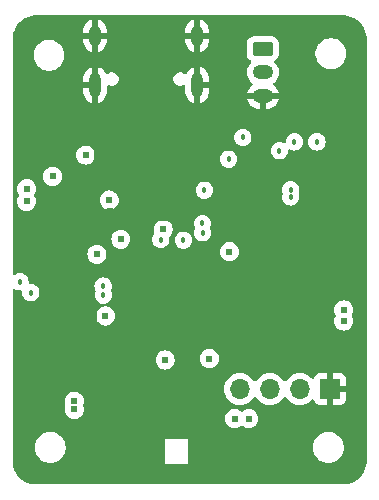
<source format=gbr>
%TF.GenerationSoftware,KiCad,Pcbnew,8.0.4*%
%TF.CreationDate,2024-11-22T16:24:22-05:00*%
%TF.ProjectId,stm32wb_base,73746d33-3277-4625-9f62-6173652e6b69,rev?*%
%TF.SameCoordinates,PX6422c40PY66c2270*%
%TF.FileFunction,Copper,L3,Inr*%
%TF.FilePolarity,Positive*%
%FSLAX46Y46*%
G04 Gerber Fmt 4.6, Leading zero omitted, Abs format (unit mm)*
G04 Created by KiCad (PCBNEW 8.0.4) date 2024-11-22 16:24:22*
%MOMM*%
%LPD*%
G01*
G04 APERTURE LIST*
G04 Aperture macros list*
%AMRoundRect*
0 Rectangle with rounded corners*
0 $1 Rounding radius*
0 $2 $3 $4 $5 $6 $7 $8 $9 X,Y pos of 4 corners*
0 Add a 4 corners polygon primitive as box body*
4,1,4,$2,$3,$4,$5,$6,$7,$8,$9,$2,$3,0*
0 Add four circle primitives for the rounded corners*
1,1,$1+$1,$2,$3*
1,1,$1+$1,$4,$5*
1,1,$1+$1,$6,$7*
1,1,$1+$1,$8,$9*
0 Add four rect primitives between the rounded corners*
20,1,$1+$1,$2,$3,$4,$5,0*
20,1,$1+$1,$4,$5,$6,$7,0*
20,1,$1+$1,$6,$7,$8,$9,0*
20,1,$1+$1,$8,$9,$2,$3,0*%
G04 Aperture macros list end*
%TA.AperFunction,ComponentPad*%
%ADD10O,1.000000X1.800000*%
%TD*%
%TA.AperFunction,ComponentPad*%
%ADD11O,1.000000X2.100000*%
%TD*%
%TA.AperFunction,ComponentPad*%
%ADD12RoundRect,0.250000X-0.625000X0.350000X-0.625000X-0.350000X0.625000X-0.350000X0.625000X0.350000X0*%
%TD*%
%TA.AperFunction,ComponentPad*%
%ADD13O,1.750000X1.200000*%
%TD*%
%TA.AperFunction,ComponentPad*%
%ADD14R,1.700000X1.700000*%
%TD*%
%TA.AperFunction,ComponentPad*%
%ADD15O,1.700000X1.700000*%
%TD*%
%TA.AperFunction,ViaPad*%
%ADD16C,0.610000*%
%TD*%
%TA.AperFunction,ViaPad*%
%ADD17C,0.457200*%
%TD*%
%TA.AperFunction,ViaPad*%
%ADD18C,0.406400*%
%TD*%
G04 APERTURE END LIST*
D10*
%TO.N,GND*%
%TO.C,J3*%
X7040000Y37965000D03*
D11*
X7040000Y33785000D03*
D10*
X15680000Y37965000D03*
D11*
X15680000Y33785000D03*
%TD*%
D12*
%TO.N,Net-(J4-Pin_1)*%
%TO.C,J4*%
X21250000Y36850000D03*
D13*
%TO.N,Net-(J4-Pin_2)*%
X21250000Y34850000D03*
%TO.N,GND*%
X21250000Y32850000D03*
%TD*%
D14*
%TO.N,GND*%
%TO.C,J2*%
X26925000Y8050000D03*
D15*
%TO.N,SWDCLK*%
X24385000Y8050000D03*
%TO.N,SWDIO*%
X21845000Y8050000D03*
%TO.N,+3V3*%
X19305000Y8050000D03*
%TD*%
D16*
%TO.N,+3V3*%
X12807900Y21570000D03*
X16725000Y10625000D03*
X6250000Y27850000D03*
X1250000Y23950000D03*
X18850000Y5550000D03*
X18425000Y19668550D03*
X20050000Y5525000D03*
X8250000Y24050000D03*
X5275000Y6325000D03*
X9225000Y20725000D03*
X28100000Y14750000D03*
X5275000Y7025000D03*
X7200000Y19450000D03*
X28100000Y13800000D03*
X12975000Y10506450D03*
X3450000Y26050000D03*
X7925000Y14231450D03*
X1250000Y25000000D03*
D17*
%TO.N,Pwr Pth*%
X16300000Y24875000D03*
X22650000Y28225000D03*
%TO.N,Net-(J4-Pin_2)*%
X25825000Y28975000D03*
X23600000Y24925000D03*
%TO.N,Net-(D1-A)*%
X18350000Y27500000D03*
X19550000Y29350000D03*
%TO.N,SWDCLK*%
X16125000Y22075000D03*
X12600000Y20700000D03*
%TO.N,SWDIO*%
X16150000Y21275000D03*
X14525000Y20650000D03*
%TO.N,Net-(J4-Pin_1)*%
X23925000Y28975000D03*
X23600000Y24300000D03*
%TO.N,SDA*%
X1600000Y16200000D03*
X7750000Y16000000D03*
%TO.N,SCL*%
X7725000Y16766600D03*
X675000Y17125000D03*
D16*
%TO.N,GND*%
X14800000Y6525000D03*
X14940000Y10460000D03*
X14550000Y32300000D03*
X21340000Y21180000D03*
X26710000Y24020000D03*
D18*
X21400000Y25325000D03*
D16*
X19195000Y17965000D03*
X7960000Y21215000D03*
D18*
X14125000Y17875000D03*
X12575000Y14250000D03*
D16*
X20195000Y18940000D03*
X17950000Y13100000D03*
X17275000Y3350000D03*
X28940000Y19135000D03*
X17325000Y2325000D03*
X22350000Y21250000D03*
X7450000Y25600000D03*
D18*
X14350000Y14275000D03*
D16*
X11225000Y11250000D03*
X5850000Y22300000D03*
D18*
X20650000Y25975000D03*
X11000000Y16125000D03*
D16*
X2480000Y18360000D03*
X15530000Y26710000D03*
X11360000Y29920000D03*
X26375000Y10625000D03*
X4450000Y22300000D03*
X25130000Y13810000D03*
X25130000Y14810000D03*
D18*
X12400000Y17875000D03*
D16*
X5125000Y14975000D03*
X17465000Y15140000D03*
X6940000Y14210000D03*
D18*
X12450000Y16150000D03*
D16*
X15900000Y9500000D03*
X25570000Y25890000D03*
D18*
X14175000Y16150000D03*
D16*
X8290000Y23090000D03*
D18*
X26150000Y20075000D03*
D16*
X6500000Y31050000D03*
X7210000Y27870000D03*
X13840000Y30280000D03*
X10575000Y3325000D03*
X5150000Y22300000D03*
X17510000Y20665000D03*
X15650000Y8150000D03*
X10600000Y2375000D03*
X20340000Y21280000D03*
D18*
X11000000Y14200000D03*
D16*
X12765000Y22545000D03*
X17530000Y23660000D03*
X8150000Y32250000D03*
D18*
X26775000Y19200000D03*
D16*
X13000000Y6500000D03*
X2530000Y19810000D03*
X23925000Y33350000D03*
X23950000Y32550000D03*
D18*
X10975000Y17850000D03*
D16*
X9950000Y22500000D03*
X27325000Y10600000D03*
X20525000Y10950000D03*
X7450000Y24900000D03*
%TD*%
%TA.AperFunction,Conductor*%
%TO.N,GND*%
G36*
X28036845Y39685769D02*
G01*
X28170848Y39683492D01*
X28186380Y39682249D01*
X28452710Y39643958D01*
X28469996Y39640198D01*
X28727146Y39564693D01*
X28743704Y39558518D01*
X28987509Y39447177D01*
X29003035Y39438698D01*
X29228482Y39293812D01*
X29242646Y39283210D01*
X29445192Y39107703D01*
X29457702Y39095193D01*
X29633209Y38892647D01*
X29643811Y38878483D01*
X29788697Y38653036D01*
X29797177Y38637508D01*
X29908513Y38393714D01*
X29914695Y38377137D01*
X29990196Y38119998D01*
X29993957Y38102710D01*
X30032247Y37836385D01*
X30033491Y37820846D01*
X30035768Y37686847D01*
X30035786Y37684740D01*
X30035786Y1965261D01*
X30035768Y1963154D01*
X30033491Y1829155D01*
X30032247Y1813616D01*
X29993957Y1547291D01*
X29990196Y1530003D01*
X29914695Y1272864D01*
X29908513Y1256287D01*
X29797177Y1012493D01*
X29788697Y996965D01*
X29643811Y771518D01*
X29633209Y757354D01*
X29457702Y554808D01*
X29445192Y542298D01*
X29242646Y366791D01*
X29228482Y356189D01*
X29003035Y211303D01*
X28987507Y202823D01*
X28743713Y91487D01*
X28727136Y85305D01*
X28469997Y9804D01*
X28452709Y6043D01*
X28186384Y-32247D01*
X28170845Y-33491D01*
X28041429Y-35690D01*
X28036844Y-35768D01*
X28034740Y-35786D01*
X2065260Y-35786D01*
X2063155Y-35768D01*
X2058455Y-35688D01*
X1929154Y-33491D01*
X1913615Y-32247D01*
X1647290Y6043D01*
X1630002Y9804D01*
X1372863Y85305D01*
X1356286Y91487D01*
X1112492Y202823D01*
X1096964Y211303D01*
X871517Y356189D01*
X857353Y366791D01*
X654807Y542298D01*
X642297Y554808D01*
X466790Y757354D01*
X456188Y771518D01*
X311302Y996965D01*
X302822Y1012493D01*
X191482Y1256296D01*
X185307Y1272854D01*
X109802Y1530004D01*
X106042Y1547291D01*
X85524Y1690000D01*
X12995000Y1690000D01*
X14895000Y1690000D01*
X14895000Y3202672D01*
X25495500Y3202672D01*
X25495500Y2997329D01*
X25527621Y2794528D01*
X25591070Y2599249D01*
X25591071Y2599246D01*
X25684291Y2416293D01*
X25804983Y2250175D01*
X25950175Y2104983D01*
X26116293Y1984291D01*
X26153642Y1965261D01*
X26299245Y1891072D01*
X26299248Y1891071D01*
X26396887Y1859347D01*
X26494529Y1827621D01*
X26582954Y1813616D01*
X26697329Y1795500D01*
X26697334Y1795500D01*
X26902671Y1795500D01*
X27017046Y1813616D01*
X27105471Y1827621D01*
X27300754Y1891072D01*
X27483707Y1984291D01*
X27649825Y2104983D01*
X27795017Y2250175D01*
X27915709Y2416293D01*
X28008928Y2599246D01*
X28072379Y2794529D01*
X28088927Y2899014D01*
X28104500Y2997329D01*
X28104500Y3202672D01*
X28085813Y3320651D01*
X28072379Y3405471D01*
X28008928Y3600754D01*
X28008928Y3600755D01*
X27961430Y3693974D01*
X27915709Y3783707D01*
X27795017Y3949825D01*
X27649825Y4095017D01*
X27483707Y4215709D01*
X27300754Y4308929D01*
X27300751Y4308930D01*
X27105472Y4372379D01*
X26902671Y4404500D01*
X26902666Y4404500D01*
X26697334Y4404500D01*
X26697329Y4404500D01*
X26494527Y4372379D01*
X26299248Y4308930D01*
X26299245Y4308929D01*
X26116292Y4215709D01*
X26021516Y4146850D01*
X25950175Y4095017D01*
X25950173Y4095015D01*
X25950172Y4095015D01*
X25804985Y3949828D01*
X25804985Y3949827D01*
X25804983Y3949825D01*
X25753150Y3878484D01*
X25684291Y3783708D01*
X25591071Y3600755D01*
X25591070Y3600752D01*
X25527621Y3405473D01*
X25495500Y3202672D01*
X14895000Y3202672D01*
X14895000Y3780000D01*
X12995000Y3780000D01*
X12995000Y1690000D01*
X85524Y1690000D01*
X67751Y1813620D01*
X66508Y1829156D01*
X65456Y1891071D01*
X64232Y1963155D01*
X64214Y1965261D01*
X64214Y3202672D01*
X1945500Y3202672D01*
X1945500Y2997329D01*
X1977621Y2794528D01*
X2041070Y2599249D01*
X2041071Y2599246D01*
X2134291Y2416293D01*
X2254983Y2250175D01*
X2400175Y2104983D01*
X2566293Y1984291D01*
X2603642Y1965261D01*
X2749245Y1891072D01*
X2749248Y1891071D01*
X2846887Y1859347D01*
X2944529Y1827621D01*
X3032954Y1813616D01*
X3147329Y1795500D01*
X3147334Y1795500D01*
X3352671Y1795500D01*
X3467046Y1813616D01*
X3555471Y1827621D01*
X3750754Y1891072D01*
X3933707Y1984291D01*
X4099825Y2104983D01*
X4245017Y2250175D01*
X4365709Y2416293D01*
X4458928Y2599246D01*
X4522379Y2794529D01*
X4538927Y2899014D01*
X4554500Y2997329D01*
X4554500Y3202672D01*
X4535813Y3320651D01*
X4522379Y3405471D01*
X4458928Y3600754D01*
X4458928Y3600755D01*
X4411430Y3693974D01*
X4365709Y3783707D01*
X4245017Y3949825D01*
X4099825Y4095017D01*
X3933707Y4215709D01*
X3750754Y4308929D01*
X3750751Y4308930D01*
X3555472Y4372379D01*
X3352671Y4404500D01*
X3352666Y4404500D01*
X3147334Y4404500D01*
X3147329Y4404500D01*
X2944527Y4372379D01*
X2749248Y4308930D01*
X2749245Y4308929D01*
X2566292Y4215709D01*
X2471516Y4146850D01*
X2400175Y4095017D01*
X2400173Y4095015D01*
X2400172Y4095015D01*
X2254985Y3949828D01*
X2254985Y3949827D01*
X2254983Y3949825D01*
X2203150Y3878484D01*
X2134291Y3783708D01*
X2041071Y3600755D01*
X2041070Y3600752D01*
X1977621Y3405473D01*
X1945500Y3202672D01*
X64214Y3202672D01*
X64214Y7025004D01*
X4464403Y7025004D01*
X4464403Y7024997D01*
X4484725Y6844628D01*
X4529749Y6715954D01*
X4533310Y6646175D01*
X4529749Y6634046D01*
X4484725Y6505373D01*
X4464403Y6325004D01*
X4464403Y6324997D01*
X4484724Y6144631D01*
X4484725Y6144626D01*
X4544677Y5973294D01*
X4641249Y5819602D01*
X4641250Y5819601D01*
X4769601Y5691250D01*
X4923295Y5594677D01*
X5050983Y5549997D01*
X5094625Y5534726D01*
X5094630Y5534725D01*
X5274996Y5514403D01*
X5275000Y5514403D01*
X5275004Y5514403D01*
X5455369Y5534725D01*
X5455372Y5534726D01*
X5455375Y5534726D01*
X5499037Y5550004D01*
X18039403Y5550004D01*
X18039403Y5549997D01*
X18059724Y5369631D01*
X18059725Y5369626D01*
X18119677Y5198294D01*
X18135386Y5173294D01*
X18216250Y5044601D01*
X18344601Y4916250D01*
X18498295Y4819677D01*
X18569738Y4794678D01*
X18669625Y4759726D01*
X18669630Y4759725D01*
X18849996Y4739403D01*
X18850000Y4739403D01*
X18850004Y4739403D01*
X19030369Y4759725D01*
X19030372Y4759726D01*
X19030375Y4759726D01*
X19201705Y4819677D01*
X19355399Y4916250D01*
X19355402Y4916254D01*
X19360106Y4920004D01*
X19424791Y4946418D01*
X19493487Y4933667D01*
X19525107Y4910744D01*
X19544601Y4891250D01*
X19698295Y4794677D01*
X19798182Y4759725D01*
X19869625Y4734726D01*
X19869630Y4734725D01*
X20049996Y4714403D01*
X20050000Y4714403D01*
X20050004Y4714403D01*
X20230369Y4734725D01*
X20230372Y4734726D01*
X20230375Y4734726D01*
X20401705Y4794677D01*
X20555399Y4891250D01*
X20683750Y5019601D01*
X20780323Y5173295D01*
X20840274Y5344625D01*
X20843091Y5369626D01*
X20860597Y5524997D01*
X20860597Y5525004D01*
X20840275Y5705370D01*
X20840274Y5705375D01*
X20831526Y5730375D01*
X20780323Y5876705D01*
X20764614Y5901705D01*
X20683750Y6030399D01*
X20555398Y6158751D01*
X20401706Y6255323D01*
X20230374Y6315275D01*
X20230369Y6315276D01*
X20050004Y6335597D01*
X20049996Y6335597D01*
X19869630Y6315276D01*
X19869625Y6315275D01*
X19698293Y6255323D01*
X19544601Y6158751D01*
X19539883Y6154988D01*
X19475195Y6128582D01*
X19406500Y6141340D01*
X19374892Y6164257D01*
X19355398Y6183751D01*
X19201706Y6280323D01*
X19030374Y6340275D01*
X19030369Y6340276D01*
X18850004Y6360597D01*
X18849996Y6360597D01*
X18669630Y6340276D01*
X18669625Y6340275D01*
X18498293Y6280323D01*
X18344601Y6183751D01*
X18216249Y6055399D01*
X18119677Y5901707D01*
X18059725Y5730375D01*
X18059724Y5730370D01*
X18039403Y5550004D01*
X5499037Y5550004D01*
X5626705Y5594677D01*
X5780399Y5691250D01*
X5908750Y5819601D01*
X6005323Y5973295D01*
X6065274Y6144625D01*
X6066442Y6154988D01*
X6085597Y6324997D01*
X6085597Y6325004D01*
X6065275Y6505367D01*
X6065274Y6505374D01*
X6065274Y6505375D01*
X6020248Y6634049D01*
X6016686Y6703823D01*
X6020242Y6715934D01*
X6065274Y6844625D01*
X6078038Y6957912D01*
X6085597Y7024997D01*
X6085597Y7025004D01*
X6065275Y7205370D01*
X6065274Y7205375D01*
X6005322Y7376707D01*
X5908750Y7530399D01*
X5780398Y7658751D01*
X5626706Y7755323D01*
X5455374Y7815275D01*
X5455369Y7815276D01*
X5275004Y7835597D01*
X5274996Y7835597D01*
X5094630Y7815276D01*
X5094625Y7815275D01*
X4923293Y7755323D01*
X4769601Y7658751D01*
X4641249Y7530399D01*
X4544677Y7376707D01*
X4484725Y7205375D01*
X4484724Y7205370D01*
X4464403Y7025004D01*
X64214Y7025004D01*
X64214Y8050001D01*
X17949341Y8050001D01*
X17949341Y8050000D01*
X17969936Y7814597D01*
X17969938Y7814587D01*
X18031094Y7586345D01*
X18031096Y7586341D01*
X18031097Y7586337D01*
X18111004Y7414977D01*
X18130965Y7372170D01*
X18130967Y7372166D01*
X18239281Y7217479D01*
X18266505Y7178599D01*
X18433599Y7011505D01*
X18510135Y6957914D01*
X18627165Y6875968D01*
X18627167Y6875967D01*
X18627170Y6875965D01*
X18841337Y6776097D01*
X19069592Y6714937D01*
X19240319Y6700000D01*
X19304999Y6694341D01*
X19305000Y6694341D01*
X19305001Y6694341D01*
X19369681Y6700000D01*
X19540408Y6714937D01*
X19768663Y6776097D01*
X19982830Y6875965D01*
X20176401Y7011505D01*
X20343495Y7178599D01*
X20473425Y7364158D01*
X20528002Y7407783D01*
X20597500Y7414977D01*
X20659855Y7383454D01*
X20676575Y7364158D01*
X20806500Y7178605D01*
X20806505Y7178599D01*
X20973599Y7011505D01*
X21050135Y6957914D01*
X21167165Y6875968D01*
X21167167Y6875967D01*
X21167170Y6875965D01*
X21381337Y6776097D01*
X21609592Y6714937D01*
X21780319Y6700000D01*
X21844999Y6694341D01*
X21845000Y6694341D01*
X21845001Y6694341D01*
X21909681Y6700000D01*
X22080408Y6714937D01*
X22308663Y6776097D01*
X22522830Y6875965D01*
X22716401Y7011505D01*
X22883495Y7178599D01*
X23013425Y7364158D01*
X23068002Y7407783D01*
X23137500Y7414977D01*
X23199855Y7383454D01*
X23216575Y7364158D01*
X23346500Y7178605D01*
X23346505Y7178599D01*
X23513599Y7011505D01*
X23590135Y6957914D01*
X23707165Y6875968D01*
X23707167Y6875967D01*
X23707170Y6875965D01*
X23921337Y6776097D01*
X24149592Y6714937D01*
X24320319Y6700000D01*
X24384999Y6694341D01*
X24385000Y6694341D01*
X24385001Y6694341D01*
X24449681Y6700000D01*
X24620408Y6714937D01*
X24848663Y6776097D01*
X25062830Y6875965D01*
X25256401Y7011505D01*
X25378717Y7133822D01*
X25440036Y7167304D01*
X25509728Y7162320D01*
X25565662Y7120449D01*
X25582577Y7089472D01*
X25631646Y6957912D01*
X25631649Y6957907D01*
X25717809Y6842813D01*
X25717812Y6842810D01*
X25832906Y6756650D01*
X25832913Y6756646D01*
X25967620Y6706404D01*
X25967627Y6706402D01*
X26027155Y6700001D01*
X26027172Y6700000D01*
X26675000Y6700000D01*
X26675000Y7616988D01*
X26732007Y7584075D01*
X26859174Y7550000D01*
X26990826Y7550000D01*
X27117993Y7584075D01*
X27175000Y7616988D01*
X27175000Y6700000D01*
X27822828Y6700000D01*
X27822844Y6700001D01*
X27882372Y6706402D01*
X27882379Y6706404D01*
X28017086Y6756646D01*
X28017093Y6756650D01*
X28132187Y6842810D01*
X28132190Y6842813D01*
X28218350Y6957907D01*
X28218354Y6957914D01*
X28268596Y7092621D01*
X28268598Y7092628D01*
X28274999Y7152156D01*
X28275000Y7152173D01*
X28275000Y7800000D01*
X27358012Y7800000D01*
X27390925Y7857007D01*
X27425000Y7984174D01*
X27425000Y8115826D01*
X27390925Y8242993D01*
X27358012Y8300000D01*
X28275000Y8300000D01*
X28275000Y8947828D01*
X28274999Y8947845D01*
X28268598Y9007373D01*
X28268596Y9007380D01*
X28218354Y9142087D01*
X28218350Y9142094D01*
X28132190Y9257188D01*
X28132187Y9257191D01*
X28017093Y9343351D01*
X28017086Y9343355D01*
X27882379Y9393597D01*
X27882372Y9393599D01*
X27822844Y9400000D01*
X27175000Y9400000D01*
X27175000Y8483012D01*
X27117993Y8515925D01*
X26990826Y8550000D01*
X26859174Y8550000D01*
X26732007Y8515925D01*
X26675000Y8483012D01*
X26675000Y9400000D01*
X26027155Y9400000D01*
X25967627Y9393599D01*
X25967620Y9393597D01*
X25832913Y9343355D01*
X25832906Y9343351D01*
X25717812Y9257191D01*
X25717809Y9257188D01*
X25631649Y9142094D01*
X25631645Y9142087D01*
X25582578Y9010530D01*
X25540707Y8954596D01*
X25475242Y8930179D01*
X25406969Y8945031D01*
X25378715Y8966181D01*
X25334366Y9010530D01*
X25256401Y9088495D01*
X25256397Y9088498D01*
X25256396Y9088499D01*
X25062834Y9224033D01*
X25062830Y9224035D01*
X24991727Y9257191D01*
X24848663Y9323903D01*
X24848659Y9323904D01*
X24848655Y9323906D01*
X24620413Y9385062D01*
X24620403Y9385064D01*
X24385001Y9405659D01*
X24384999Y9405659D01*
X24149596Y9385064D01*
X24149586Y9385062D01*
X23921344Y9323906D01*
X23921335Y9323902D01*
X23707171Y9224036D01*
X23707169Y9224035D01*
X23513597Y9088495D01*
X23346505Y8921403D01*
X23216575Y8735842D01*
X23161998Y8692217D01*
X23092500Y8685023D01*
X23030145Y8716546D01*
X23013425Y8735842D01*
X22883494Y8921403D01*
X22716402Y9088494D01*
X22716395Y9088499D01*
X22522834Y9224033D01*
X22522830Y9224035D01*
X22451727Y9257191D01*
X22308663Y9323903D01*
X22308659Y9323904D01*
X22308655Y9323906D01*
X22080413Y9385062D01*
X22080403Y9385064D01*
X21845001Y9405659D01*
X21844999Y9405659D01*
X21609596Y9385064D01*
X21609586Y9385062D01*
X21381344Y9323906D01*
X21381335Y9323902D01*
X21167171Y9224036D01*
X21167169Y9224035D01*
X20973597Y9088495D01*
X20806505Y8921403D01*
X20676575Y8735842D01*
X20621998Y8692217D01*
X20552500Y8685023D01*
X20490145Y8716546D01*
X20473425Y8735842D01*
X20343494Y8921403D01*
X20176402Y9088494D01*
X20176395Y9088499D01*
X19982834Y9224033D01*
X19982830Y9224035D01*
X19911727Y9257191D01*
X19768663Y9323903D01*
X19768659Y9323904D01*
X19768655Y9323906D01*
X19540413Y9385062D01*
X19540403Y9385064D01*
X19305001Y9405659D01*
X19304999Y9405659D01*
X19069596Y9385064D01*
X19069586Y9385062D01*
X18841344Y9323906D01*
X18841335Y9323902D01*
X18627171Y9224036D01*
X18627169Y9224035D01*
X18433597Y9088495D01*
X18266505Y8921403D01*
X18130965Y8727831D01*
X18130964Y8727829D01*
X18031098Y8513665D01*
X18031094Y8513656D01*
X17969938Y8285414D01*
X17969936Y8285404D01*
X17949341Y8050001D01*
X64214Y8050001D01*
X64214Y10506454D01*
X12164403Y10506454D01*
X12164403Y10506447D01*
X12184724Y10326081D01*
X12184725Y10326076D01*
X12244677Y10154744D01*
X12341249Y10001052D01*
X12469601Y9872700D01*
X12562379Y9814403D01*
X12623295Y9776127D01*
X12794625Y9716176D01*
X12794630Y9716175D01*
X12974996Y9695853D01*
X12975000Y9695853D01*
X12975004Y9695853D01*
X13155369Y9716175D01*
X13155372Y9716176D01*
X13155375Y9716176D01*
X13326705Y9776127D01*
X13480399Y9872700D01*
X13608750Y10001051D01*
X13705323Y10154745D01*
X13765274Y10326075D01*
X13778631Y10444625D01*
X13785597Y10506447D01*
X13785597Y10506454D01*
X13772240Y10625004D01*
X15914403Y10625004D01*
X15914403Y10624997D01*
X15934724Y10444631D01*
X15934725Y10444626D01*
X15994677Y10273294D01*
X16069167Y10154745D01*
X16091250Y10119601D01*
X16219601Y9991250D01*
X16373295Y9894677D01*
X16436102Y9872700D01*
X16544625Y9834726D01*
X16544630Y9834725D01*
X16724996Y9814403D01*
X16725000Y9814403D01*
X16725004Y9814403D01*
X16905369Y9834725D01*
X16905372Y9834726D01*
X16905375Y9834726D01*
X17076705Y9894677D01*
X17230399Y9991250D01*
X17358750Y10119601D01*
X17455323Y10273295D01*
X17515274Y10444625D01*
X17522240Y10506450D01*
X17535597Y10624997D01*
X17535597Y10625004D01*
X17515275Y10805370D01*
X17515274Y10805375D01*
X17455322Y10976707D01*
X17358750Y11130399D01*
X17230398Y11258751D01*
X17076706Y11355323D01*
X16905374Y11415275D01*
X16905369Y11415276D01*
X16725004Y11435597D01*
X16724996Y11435597D01*
X16544630Y11415276D01*
X16544625Y11415275D01*
X16373293Y11355323D01*
X16219601Y11258751D01*
X16091249Y11130399D01*
X15994677Y10976707D01*
X15934725Y10805375D01*
X15934724Y10805370D01*
X15914403Y10625004D01*
X13772240Y10625004D01*
X13765275Y10686820D01*
X13765274Y10686825D01*
X13723793Y10805370D01*
X13705323Y10858155D01*
X13608750Y11011849D01*
X13480399Y11140200D01*
X13480398Y11140201D01*
X13326706Y11236773D01*
X13155374Y11296725D01*
X13155369Y11296726D01*
X12975004Y11317047D01*
X12974996Y11317047D01*
X12794630Y11296726D01*
X12794625Y11296725D01*
X12623293Y11236773D01*
X12469601Y11140201D01*
X12341249Y11011849D01*
X12244677Y10858157D01*
X12184725Y10686825D01*
X12184724Y10686820D01*
X12164403Y10506454D01*
X64214Y10506454D01*
X64214Y14231454D01*
X7114403Y14231454D01*
X7114403Y14231447D01*
X7134724Y14051081D01*
X7134725Y14051076D01*
X7194677Y13879744D01*
X7244784Y13800000D01*
X7291250Y13726051D01*
X7419601Y13597700D01*
X7573295Y13501127D01*
X7724280Y13448295D01*
X7744625Y13441176D01*
X7744630Y13441175D01*
X7924996Y13420853D01*
X7925000Y13420853D01*
X7925004Y13420853D01*
X8105369Y13441175D01*
X8105372Y13441176D01*
X8105375Y13441176D01*
X8276705Y13501127D01*
X8430399Y13597700D01*
X8558750Y13726051D01*
X8655323Y13879745D01*
X8715274Y14051075D01*
X8726612Y14151705D01*
X8735597Y14231447D01*
X8735597Y14231454D01*
X8715275Y14411820D01*
X8715274Y14411825D01*
X8655322Y14583157D01*
X8558750Y14736849D01*
X8545595Y14750004D01*
X27289403Y14750004D01*
X27289403Y14749997D01*
X27309724Y14569631D01*
X27309727Y14569618D01*
X27369675Y14398297D01*
X27405695Y14340971D01*
X27424695Y14273734D01*
X27405695Y14209029D01*
X27369675Y14151704D01*
X27309727Y13980383D01*
X27309724Y13980370D01*
X27289403Y13800004D01*
X27289403Y13799997D01*
X27309724Y13619631D01*
X27309725Y13619626D01*
X27369677Y13448294D01*
X27466249Y13294602D01*
X27466250Y13294601D01*
X27594601Y13166250D01*
X27748295Y13069677D01*
X27919625Y13009726D01*
X27919630Y13009725D01*
X28099996Y12989403D01*
X28100000Y12989403D01*
X28100004Y12989403D01*
X28280369Y13009725D01*
X28280372Y13009726D01*
X28280375Y13009726D01*
X28451705Y13069677D01*
X28605399Y13166250D01*
X28733750Y13294601D01*
X28830323Y13448295D01*
X28890274Y13619625D01*
X28902265Y13726051D01*
X28910597Y13799997D01*
X28910597Y13800004D01*
X28890275Y13980370D01*
X28890274Y13980375D01*
X28830322Y14151708D01*
X28794305Y14209027D01*
X28775304Y14276264D01*
X28794305Y14340973D01*
X28830322Y14398293D01*
X28830323Y14398295D01*
X28890274Y14569625D01*
X28890275Y14569631D01*
X28910597Y14749997D01*
X28910597Y14750004D01*
X28890275Y14930370D01*
X28890274Y14930375D01*
X28879287Y14961773D01*
X28830323Y15101705D01*
X28733750Y15255399D01*
X28605399Y15383750D01*
X28605398Y15383751D01*
X28451706Y15480323D01*
X28280374Y15540275D01*
X28280369Y15540276D01*
X28100004Y15560597D01*
X28099996Y15560597D01*
X27919630Y15540276D01*
X27919625Y15540275D01*
X27748293Y15480323D01*
X27594601Y15383751D01*
X27466249Y15255399D01*
X27369677Y15101707D01*
X27309725Y14930375D01*
X27309724Y14930370D01*
X27289403Y14750004D01*
X8545595Y14750004D01*
X8430398Y14865201D01*
X8276706Y14961773D01*
X8105374Y15021725D01*
X8105369Y15021726D01*
X7930652Y15041411D01*
X7866238Y15068477D01*
X7840679Y15105692D01*
X7809127Y15053125D01*
X7751139Y15024468D01*
X7751412Y15023273D01*
X7744625Y15021725D01*
X7573293Y14961773D01*
X7419601Y14865201D01*
X7291249Y14736849D01*
X7194677Y14583157D01*
X7134725Y14411825D01*
X7134724Y14411820D01*
X7114403Y14231454D01*
X64214Y14231454D01*
X64214Y16423339D01*
X83899Y16490378D01*
X136703Y16536133D01*
X205861Y16546077D01*
X254184Y16528334D01*
X300153Y16499449D01*
X356651Y16463948D01*
X356654Y16463947D01*
X511733Y16409683D01*
X511734Y16409683D01*
X511738Y16409682D01*
X674996Y16391287D01*
X675000Y16391287D01*
X675002Y16391287D01*
X736062Y16398167D01*
X804884Y16386113D01*
X856263Y16338764D01*
X873888Y16271154D01*
X873166Y16261065D01*
X866287Y16200006D01*
X866287Y16199997D01*
X884681Y16036739D01*
X884682Y16036735D01*
X938947Y15881653D01*
X1026360Y15742537D01*
X1142537Y15626360D01*
X1224821Y15574657D01*
X1275940Y15542537D01*
X1281654Y15538947D01*
X1436733Y15484683D01*
X1436734Y15484683D01*
X1436738Y15484682D01*
X1599996Y15466287D01*
X1600000Y15466287D01*
X1600004Y15466287D01*
X1763261Y15484682D01*
X1763263Y15484683D01*
X1763267Y15484683D01*
X1918346Y15538947D01*
X2057463Y15626360D01*
X2173640Y15742537D01*
X2261053Y15881654D01*
X2315317Y16036733D01*
X2333713Y16200000D01*
X2333712Y16200006D01*
X2315318Y16363262D01*
X2315317Y16363266D01*
X2299999Y16407042D01*
X2261053Y16518346D01*
X2254778Y16528332D01*
X2173639Y16657464D01*
X2064499Y16766604D01*
X6991287Y16766604D01*
X6991287Y16766597D01*
X7009681Y16603339D01*
X7009682Y16603335D01*
X7063947Y16448253D01*
X7077431Y16426794D01*
X7096431Y16359558D01*
X7089479Y16319868D01*
X7034682Y16163267D01*
X7034681Y16163262D01*
X7016287Y16000004D01*
X7016287Y15999997D01*
X7034681Y15836739D01*
X7034682Y15836735D01*
X7088947Y15681653D01*
X7165012Y15560597D01*
X7176360Y15542537D01*
X7292537Y15426360D01*
X7431654Y15338947D01*
X7586733Y15284683D01*
X7586734Y15284683D01*
X7586738Y15284682D01*
X7709800Y15270817D01*
X7738978Y15267529D01*
X7803392Y15240463D01*
X7828950Y15203249D01*
X7860503Y15255816D01*
X7907361Y15280475D01*
X7906694Y15282383D01*
X7913495Y15284763D01*
X8068346Y15338947D01*
X8207463Y15426360D01*
X8323640Y15542537D01*
X8411053Y15681654D01*
X8465317Y15836733D01*
X8465318Y15836739D01*
X8483713Y15999997D01*
X8483713Y16000004D01*
X8465318Y16163262D01*
X8465317Y16163266D01*
X8452464Y16199997D01*
X8411053Y16318346D01*
X8411052Y16318348D01*
X8411052Y16318349D01*
X8397569Y16339806D01*
X8378568Y16407042D01*
X8385521Y16446734D01*
X8391545Y16463948D01*
X8416803Y16536133D01*
X8440316Y16603329D01*
X8440318Y16603339D01*
X8458713Y16766597D01*
X8458713Y16766604D01*
X8440318Y16929862D01*
X8440317Y16929866D01*
X8429166Y16961733D01*
X8386053Y17084946D01*
X8298640Y17224063D01*
X8182463Y17340240D01*
X8043347Y17427653D01*
X7888265Y17481918D01*
X7888261Y17481919D01*
X7725004Y17500313D01*
X7724996Y17500313D01*
X7561738Y17481919D01*
X7561734Y17481918D01*
X7406652Y17427653D01*
X7267536Y17340240D01*
X7151360Y17224064D01*
X7063947Y17084948D01*
X7009682Y16929866D01*
X7009681Y16929862D01*
X6991287Y16766604D01*
X2064499Y16766604D01*
X2057463Y16773640D01*
X1918347Y16861053D01*
X1763265Y16915318D01*
X1763261Y16915319D01*
X1600004Y16933713D01*
X1599995Y16933713D01*
X1538935Y16926834D01*
X1470113Y16938889D01*
X1418735Y16986239D01*
X1401111Y17053849D01*
X1401833Y17063938D01*
X1408713Y17124998D01*
X1408713Y17125004D01*
X1390318Y17288262D01*
X1390317Y17288266D01*
X1336052Y17443348D01*
X1248639Y17582464D01*
X1132463Y17698640D01*
X993347Y17786053D01*
X838265Y17840318D01*
X838261Y17840319D01*
X675004Y17858713D01*
X674996Y17858713D01*
X511738Y17840319D01*
X511734Y17840318D01*
X356652Y17786053D01*
X254186Y17721668D01*
X186950Y17702668D01*
X120114Y17723036D01*
X74900Y17776303D01*
X64214Y17826662D01*
X64214Y19450004D01*
X6389403Y19450004D01*
X6389403Y19449997D01*
X6409724Y19269631D01*
X6409725Y19269626D01*
X6469677Y19098294D01*
X6566249Y18944602D01*
X6566250Y18944601D01*
X6694601Y18816250D01*
X6848295Y18719677D01*
X7019625Y18659726D01*
X7019630Y18659725D01*
X7199996Y18639403D01*
X7200000Y18639403D01*
X7200004Y18639403D01*
X7380369Y18659725D01*
X7380372Y18659726D01*
X7380375Y18659726D01*
X7551705Y18719677D01*
X7705399Y18816250D01*
X7833750Y18944601D01*
X7930323Y19098295D01*
X7990274Y19269625D01*
X7990275Y19269631D01*
X8010597Y19449997D01*
X8010597Y19450004D01*
X7990275Y19630370D01*
X7990274Y19630375D01*
X7976915Y19668554D01*
X17614403Y19668554D01*
X17614403Y19668547D01*
X17634724Y19488181D01*
X17634725Y19488176D01*
X17694677Y19316844D01*
X17724347Y19269625D01*
X17791250Y19163151D01*
X17919601Y19034800D01*
X18073295Y18938227D01*
X18244625Y18878276D01*
X18244630Y18878275D01*
X18424996Y18857953D01*
X18425000Y18857953D01*
X18425004Y18857953D01*
X18605369Y18878275D01*
X18605372Y18878276D01*
X18605375Y18878276D01*
X18776705Y18938227D01*
X18930399Y19034800D01*
X19058750Y19163151D01*
X19155323Y19316845D01*
X19215274Y19488175D01*
X19215275Y19488181D01*
X19235597Y19668547D01*
X19235597Y19668554D01*
X19215275Y19848920D01*
X19215274Y19848925D01*
X19174207Y19966287D01*
X19155323Y20020255D01*
X19143577Y20038948D01*
X19058750Y20173949D01*
X18930398Y20302301D01*
X18776706Y20398873D01*
X18605374Y20458825D01*
X18605369Y20458826D01*
X18425004Y20479147D01*
X18424996Y20479147D01*
X18244630Y20458826D01*
X18244625Y20458825D01*
X18073293Y20398873D01*
X17919601Y20302301D01*
X17791249Y20173949D01*
X17694677Y20020257D01*
X17634725Y19848925D01*
X17634724Y19848920D01*
X17614403Y19668554D01*
X7976915Y19668554D01*
X7930322Y19801707D01*
X7833750Y19955399D01*
X7705398Y20083751D01*
X7551706Y20180323D01*
X7380374Y20240275D01*
X7380369Y20240276D01*
X7200004Y20260597D01*
X7199996Y20260597D01*
X7019630Y20240276D01*
X7019625Y20240275D01*
X6848293Y20180323D01*
X6694601Y20083751D01*
X6566249Y19955399D01*
X6469677Y19801707D01*
X6409725Y19630375D01*
X6409724Y19630370D01*
X6389403Y19450004D01*
X64214Y19450004D01*
X64214Y20725004D01*
X8414403Y20725004D01*
X8414403Y20724997D01*
X8434724Y20544631D01*
X8434725Y20544626D01*
X8494677Y20373294D01*
X8591249Y20219602D01*
X8719601Y20091250D01*
X8802838Y20038948D01*
X8873295Y19994677D01*
X8954429Y19966287D01*
X9044625Y19934726D01*
X9044630Y19934725D01*
X9224996Y19914403D01*
X9225000Y19914403D01*
X9225004Y19914403D01*
X9405369Y19934725D01*
X9405372Y19934726D01*
X9405375Y19934726D01*
X9576705Y19994677D01*
X9730399Y20091250D01*
X9858750Y20219601D01*
X9955323Y20373295D01*
X10015274Y20544625D01*
X10015275Y20544631D01*
X10032781Y20700004D01*
X11866287Y20700004D01*
X11866287Y20699997D01*
X11884681Y20536739D01*
X11884682Y20536735D01*
X11938947Y20381653D01*
X11988808Y20302301D01*
X12026360Y20242537D01*
X12142537Y20126360D01*
X12281654Y20038947D01*
X12436733Y19984683D01*
X12436734Y19984683D01*
X12436738Y19984682D01*
X12599996Y19966287D01*
X12600000Y19966287D01*
X12600004Y19966287D01*
X12763261Y19984682D01*
X12763263Y19984683D01*
X12763267Y19984683D01*
X12918346Y20038947D01*
X13057463Y20126360D01*
X13173640Y20242537D01*
X13261053Y20381654D01*
X13315317Y20536733D01*
X13315830Y20541287D01*
X13328080Y20650004D01*
X13791287Y20650004D01*
X13791287Y20649997D01*
X13809681Y20486739D01*
X13809682Y20486735D01*
X13863947Y20331653D01*
X13951360Y20192537D01*
X14067537Y20076360D01*
X14149821Y20024657D01*
X14197534Y19994677D01*
X14206654Y19988947D01*
X14361733Y19934683D01*
X14361734Y19934683D01*
X14361738Y19934682D01*
X14524996Y19916287D01*
X14525000Y19916287D01*
X14525004Y19916287D01*
X14688261Y19934682D01*
X14688263Y19934683D01*
X14688267Y19934683D01*
X14843346Y19988947D01*
X14982463Y20076360D01*
X15098640Y20192537D01*
X15186053Y20331654D01*
X15240317Y20486733D01*
X15245951Y20536735D01*
X15258713Y20649997D01*
X15258713Y20650004D01*
X15240318Y20813262D01*
X15240317Y20813266D01*
X15222821Y20863266D01*
X15186053Y20968346D01*
X15183259Y20972792D01*
X15125569Y21064605D01*
X15098640Y21107463D01*
X14982463Y21223640D01*
X14900729Y21274997D01*
X14843347Y21311053D01*
X14688265Y21365318D01*
X14688261Y21365319D01*
X14525004Y21383713D01*
X14524996Y21383713D01*
X14361738Y21365319D01*
X14361734Y21365318D01*
X14206652Y21311053D01*
X14067536Y21223640D01*
X13951360Y21107464D01*
X13863947Y20968348D01*
X13809682Y20813266D01*
X13809681Y20813262D01*
X13791287Y20650004D01*
X13328080Y20650004D01*
X13333713Y20699997D01*
X13333713Y20700004D01*
X13314538Y20870188D01*
X13317442Y20870516D01*
X13320869Y20927165D01*
X13349835Y20972787D01*
X13441650Y21064601D01*
X13538223Y21218295D01*
X13598174Y21389625D01*
X13603654Y21438262D01*
X13618497Y21569997D01*
X13618497Y21570004D01*
X13598175Y21750370D01*
X13598172Y21750382D01*
X13541712Y21911733D01*
X13538223Y21921705D01*
X13441898Y22075004D01*
X15391287Y22075004D01*
X15391287Y22074997D01*
X15409681Y21911739D01*
X15409682Y21911735D01*
X15463947Y21756653D01*
X15486300Y21721078D01*
X15505300Y21653841D01*
X15489713Y21600704D01*
X15491967Y21599618D01*
X15488948Y21593351D01*
X15434682Y21438266D01*
X15434681Y21438262D01*
X15416287Y21275004D01*
X15416287Y21274997D01*
X15434681Y21111739D01*
X15434682Y21111735D01*
X15488947Y20956653D01*
X15547629Y20863262D01*
X15576360Y20817537D01*
X15692537Y20701360D01*
X15831654Y20613947D01*
X15986733Y20559683D01*
X15986734Y20559683D01*
X15986738Y20559682D01*
X16149996Y20541287D01*
X16150000Y20541287D01*
X16150004Y20541287D01*
X16313261Y20559682D01*
X16313263Y20559683D01*
X16313267Y20559683D01*
X16468346Y20613947D01*
X16607463Y20701360D01*
X16723640Y20817537D01*
X16811053Y20956654D01*
X16865317Y21111733D01*
X16870470Y21157467D01*
X16883713Y21274997D01*
X16883713Y21275004D01*
X16865318Y21438262D01*
X16865317Y21438266D01*
X16838370Y21515276D01*
X16811053Y21593346D01*
X16806430Y21600704D01*
X16788699Y21628923D01*
X16769699Y21696160D01*
X16785305Y21749291D01*
X16783033Y21750385D01*
X16786046Y21756645D01*
X16786053Y21756654D01*
X16840317Y21911733D01*
X16858713Y22075000D01*
X16844206Y22203750D01*
X16840318Y22238262D01*
X16840317Y22238266D01*
X16797624Y22360276D01*
X16786053Y22393346D01*
X16698640Y22532463D01*
X16582463Y22648640D01*
X16443347Y22736053D01*
X16288265Y22790318D01*
X16288261Y22790319D01*
X16125004Y22808713D01*
X16124996Y22808713D01*
X15961738Y22790319D01*
X15961734Y22790318D01*
X15806652Y22736053D01*
X15667536Y22648640D01*
X15551360Y22532464D01*
X15463947Y22393348D01*
X15409682Y22238266D01*
X15409681Y22238262D01*
X15391287Y22075004D01*
X13441898Y22075004D01*
X13441650Y22075399D01*
X13313299Y22203750D01*
X13313298Y22203751D01*
X13159606Y22300323D01*
X12988274Y22360275D01*
X12988269Y22360276D01*
X12807904Y22380597D01*
X12807896Y22380597D01*
X12627530Y22360276D01*
X12627525Y22360275D01*
X12456193Y22300323D01*
X12302501Y22203751D01*
X12174149Y22075399D01*
X12077577Y21921707D01*
X12017628Y21750382D01*
X12017624Y21750370D01*
X11997303Y21570004D01*
X11997303Y21569997D01*
X12017624Y21389631D01*
X12017627Y21389618D01*
X12054335Y21284716D01*
X12057898Y21214938D01*
X12029388Y21163961D01*
X12030704Y21162911D01*
X12026362Y21157467D01*
X11938947Y21018348D01*
X11884682Y20863266D01*
X11884681Y20863262D01*
X11866287Y20700004D01*
X10032781Y20700004D01*
X10035597Y20724997D01*
X10035597Y20725004D01*
X10015275Y20905370D01*
X10015274Y20905375D01*
X9955322Y21076707D01*
X9858750Y21230399D01*
X9730398Y21358751D01*
X9576706Y21455323D01*
X9405374Y21515275D01*
X9405369Y21515276D01*
X9225004Y21535597D01*
X9224996Y21535597D01*
X9044630Y21515276D01*
X9044625Y21515275D01*
X8873293Y21455323D01*
X8719601Y21358751D01*
X8591249Y21230399D01*
X8494677Y21076707D01*
X8434725Y20905375D01*
X8434724Y20905370D01*
X8414403Y20725004D01*
X64214Y20725004D01*
X64214Y25000004D01*
X439403Y25000004D01*
X439403Y24999997D01*
X459724Y24819631D01*
X459725Y24819626D01*
X519677Y24648294D01*
X587112Y24540972D01*
X606112Y24473735D01*
X587112Y24409028D01*
X519677Y24301707D01*
X459725Y24130375D01*
X459724Y24130370D01*
X439403Y23950004D01*
X439403Y23949997D01*
X459724Y23769631D01*
X459725Y23769626D01*
X519677Y23598294D01*
X553415Y23544601D01*
X616250Y23444601D01*
X744601Y23316250D01*
X898295Y23219677D01*
X1069625Y23159726D01*
X1069630Y23159725D01*
X1249996Y23139403D01*
X1250000Y23139403D01*
X1250004Y23139403D01*
X1430369Y23159725D01*
X1430372Y23159726D01*
X1430375Y23159726D01*
X1601705Y23219677D01*
X1755399Y23316250D01*
X1883750Y23444601D01*
X1980323Y23598295D01*
X2040274Y23769625D01*
X2051541Y23869625D01*
X2060597Y23949997D01*
X2060597Y23950004D01*
X2049330Y24050004D01*
X7439403Y24050004D01*
X7439403Y24049997D01*
X7459724Y23869631D01*
X7459725Y23869626D01*
X7519677Y23698294D01*
X7616249Y23544602D01*
X7616250Y23544601D01*
X7744601Y23416250D01*
X7898295Y23319677D01*
X8069625Y23259726D01*
X8069630Y23259725D01*
X8249996Y23239403D01*
X8250000Y23239403D01*
X8250004Y23239403D01*
X8430369Y23259725D01*
X8430372Y23259726D01*
X8430375Y23259726D01*
X8601705Y23319677D01*
X8755399Y23416250D01*
X8883750Y23544601D01*
X8980323Y23698295D01*
X9040274Y23869625D01*
X9049330Y23950000D01*
X9060597Y24049997D01*
X9060597Y24050004D01*
X9040275Y24230370D01*
X9040274Y24230375D01*
X9015435Y24301361D01*
X8980323Y24401705D01*
X8934268Y24475000D01*
X8883750Y24555399D01*
X8755398Y24683751D01*
X8601706Y24780323D01*
X8430374Y24840275D01*
X8430369Y24840276D01*
X8250004Y24860597D01*
X8249996Y24860597D01*
X8069630Y24840276D01*
X8069625Y24840275D01*
X7898293Y24780323D01*
X7744601Y24683751D01*
X7616249Y24555399D01*
X7519677Y24401707D01*
X7459725Y24230375D01*
X7459724Y24230370D01*
X7439403Y24050004D01*
X2049330Y24050004D01*
X2040275Y24130370D01*
X2040274Y24130375D01*
X1980322Y24301708D01*
X1912888Y24409027D01*
X1893887Y24476264D01*
X1912888Y24540973D01*
X1980322Y24648293D01*
X1982128Y24653453D01*
X2040274Y24819625D01*
X2042601Y24840276D01*
X2046514Y24875004D01*
X15566287Y24875004D01*
X15566287Y24874997D01*
X15584681Y24711739D01*
X15584682Y24711735D01*
X15638947Y24556653D01*
X15691048Y24473735D01*
X15726360Y24417537D01*
X15842537Y24301360D01*
X15981654Y24213947D01*
X16136733Y24159683D01*
X16136734Y24159683D01*
X16136738Y24159682D01*
X16299996Y24141287D01*
X16300000Y24141287D01*
X16300004Y24141287D01*
X16463261Y24159682D01*
X16463263Y24159683D01*
X16463267Y24159683D01*
X16618346Y24213947D01*
X16757463Y24301360D01*
X16873640Y24417537D01*
X16961053Y24556654D01*
X17015317Y24711733D01*
X17020952Y24761741D01*
X17033713Y24874997D01*
X17033713Y24875004D01*
X17028079Y24925004D01*
X22866287Y24925004D01*
X22866287Y24924998D01*
X22884682Y24761734D01*
X22922570Y24653453D01*
X22926131Y24583674D01*
X22922570Y24571547D01*
X22884682Y24463267D01*
X22866287Y24300003D01*
X22866287Y24299997D01*
X22884681Y24136739D01*
X22884682Y24136735D01*
X22938947Y23981653D01*
X22958838Y23949997D01*
X23026360Y23842537D01*
X23142537Y23726360D01*
X23281654Y23638947D01*
X23436733Y23584683D01*
X23436734Y23584683D01*
X23436738Y23584682D01*
X23599996Y23566287D01*
X23600000Y23566287D01*
X23600004Y23566287D01*
X23763261Y23584682D01*
X23763263Y23584683D01*
X23763267Y23584683D01*
X23918346Y23638947D01*
X24057463Y23726360D01*
X24173640Y23842537D01*
X24261053Y23981654D01*
X24315317Y24136733D01*
X24324017Y24213948D01*
X24333713Y24299997D01*
X24333713Y24300004D01*
X24315318Y24463260D01*
X24315317Y24463261D01*
X24315317Y24463267D01*
X24277427Y24571548D01*
X24273867Y24641324D01*
X24277423Y24653441D01*
X24315317Y24761733D01*
X24324167Y24840276D01*
X24333713Y24924997D01*
X24333713Y24925004D01*
X24315318Y25088262D01*
X24315317Y25088266D01*
X24278548Y25193346D01*
X24261053Y25243346D01*
X24250761Y25259725D01*
X24205056Y25332464D01*
X24173640Y25382463D01*
X24057463Y25498640D01*
X23997921Y25536053D01*
X23918347Y25586053D01*
X23763265Y25640318D01*
X23763261Y25640319D01*
X23600004Y25658713D01*
X23599996Y25658713D01*
X23436738Y25640319D01*
X23436734Y25640318D01*
X23281652Y25586053D01*
X23142536Y25498640D01*
X23026360Y25382464D01*
X22938947Y25243348D01*
X22884682Y25088266D01*
X22884681Y25088262D01*
X22866287Y24925004D01*
X17028079Y24925004D01*
X17015318Y25038262D01*
X17015317Y25038266D01*
X16997821Y25088266D01*
X16961053Y25193346D01*
X16932113Y25239403D01*
X16873639Y25332464D01*
X16757463Y25448640D01*
X16618347Y25536053D01*
X16463265Y25590318D01*
X16463261Y25590319D01*
X16300004Y25608713D01*
X16299996Y25608713D01*
X16136738Y25590319D01*
X16136734Y25590318D01*
X15981652Y25536053D01*
X15842536Y25448640D01*
X15726360Y25332464D01*
X15638947Y25193348D01*
X15584682Y25038266D01*
X15584681Y25038262D01*
X15566287Y24875004D01*
X2046514Y24875004D01*
X2060597Y24999997D01*
X2060597Y25000004D01*
X2040275Y25180370D01*
X2040274Y25180375D01*
X1991530Y25319677D01*
X1980323Y25351705D01*
X1960996Y25382463D01*
X1883750Y25505399D01*
X1755398Y25633751D01*
X1601706Y25730323D01*
X1430374Y25790275D01*
X1430369Y25790276D01*
X1250004Y25810597D01*
X1249996Y25810597D01*
X1069630Y25790276D01*
X1069625Y25790275D01*
X898293Y25730323D01*
X744601Y25633751D01*
X616249Y25505399D01*
X519677Y25351707D01*
X459725Y25180375D01*
X459724Y25180370D01*
X439403Y25000004D01*
X64214Y25000004D01*
X64214Y26050004D01*
X2639403Y26050004D01*
X2639403Y26049997D01*
X2659724Y25869631D01*
X2659725Y25869626D01*
X2719677Y25698294D01*
X2816249Y25544602D01*
X2944601Y25416250D01*
X3077944Y25332464D01*
X3098295Y25319677D01*
X3269625Y25259726D01*
X3269630Y25259725D01*
X3449996Y25239403D01*
X3450000Y25239403D01*
X3450004Y25239403D01*
X3630369Y25259725D01*
X3630372Y25259726D01*
X3630375Y25259726D01*
X3801705Y25319677D01*
X3955399Y25416250D01*
X4083750Y25544601D01*
X4180323Y25698295D01*
X4240274Y25869625D01*
X4260597Y26050000D01*
X4240274Y26230375D01*
X4180323Y26401705D01*
X4083750Y26555399D01*
X3955399Y26683750D01*
X3955398Y26683751D01*
X3801706Y26780323D01*
X3630374Y26840275D01*
X3630369Y26840276D01*
X3450004Y26860597D01*
X3449996Y26860597D01*
X3269630Y26840276D01*
X3269625Y26840275D01*
X3098293Y26780323D01*
X2944601Y26683751D01*
X2816249Y26555399D01*
X2719677Y26401707D01*
X2659725Y26230375D01*
X2659724Y26230370D01*
X2639403Y26050004D01*
X64214Y26050004D01*
X64214Y27850004D01*
X5439403Y27850004D01*
X5439403Y27849997D01*
X5459724Y27669631D01*
X5459725Y27669626D01*
X5519677Y27498294D01*
X5524080Y27491287D01*
X5616250Y27344601D01*
X5744601Y27216250D01*
X5898295Y27119677D01*
X6069625Y27059726D01*
X6069630Y27059725D01*
X6249996Y27039403D01*
X6250000Y27039403D01*
X6250004Y27039403D01*
X6430369Y27059725D01*
X6430372Y27059726D01*
X6430375Y27059726D01*
X6601705Y27119677D01*
X6755399Y27216250D01*
X6883750Y27344601D01*
X6980323Y27498295D01*
X6980921Y27500004D01*
X17616287Y27500004D01*
X17616287Y27499997D01*
X17634681Y27336739D01*
X17634682Y27336735D01*
X17688947Y27181653D01*
X17765559Y27059726D01*
X17776360Y27042537D01*
X17892537Y26926360D01*
X18031654Y26838947D01*
X18186733Y26784683D01*
X18186734Y26784683D01*
X18186738Y26784682D01*
X18349996Y26766287D01*
X18350000Y26766287D01*
X18350004Y26766287D01*
X18513261Y26784682D01*
X18513263Y26784683D01*
X18513267Y26784683D01*
X18668346Y26838947D01*
X18807463Y26926360D01*
X18923640Y27042537D01*
X19011053Y27181654D01*
X19065317Y27336733D01*
X19066204Y27344602D01*
X19083713Y27499997D01*
X19083713Y27500004D01*
X19065318Y27663262D01*
X19065317Y27663266D01*
X19028831Y27767537D01*
X19011053Y27818346D01*
X18991163Y27850000D01*
X18923639Y27957464D01*
X18807463Y28073640D01*
X18668347Y28161053D01*
X18513265Y28215318D01*
X18513261Y28215319D01*
X18427301Y28225004D01*
X21916287Y28225004D01*
X21916287Y28224997D01*
X21934681Y28061739D01*
X21934682Y28061735D01*
X21988947Y27906653D01*
X22076360Y27767537D01*
X22192537Y27651360D01*
X22331654Y27563947D01*
X22486733Y27509683D01*
X22486734Y27509683D01*
X22486738Y27509682D01*
X22649996Y27491287D01*
X22650000Y27491287D01*
X22650004Y27491287D01*
X22813261Y27509682D01*
X22813263Y27509683D01*
X22813267Y27509683D01*
X22968346Y27563947D01*
X23107463Y27651360D01*
X23223640Y27767537D01*
X23311053Y27906654D01*
X23365317Y28061733D01*
X23376508Y28161053D01*
X23383713Y28224997D01*
X23383713Y28229669D01*
X23403398Y28296708D01*
X23456202Y28342463D01*
X23525360Y28352407D01*
X23573686Y28334662D01*
X23606651Y28313948D01*
X23606654Y28313947D01*
X23761733Y28259683D01*
X23761734Y28259683D01*
X23761738Y28259682D01*
X23924996Y28241287D01*
X23925000Y28241287D01*
X23925004Y28241287D01*
X24088261Y28259682D01*
X24088263Y28259683D01*
X24088267Y28259683D01*
X24243346Y28313947D01*
X24382463Y28401360D01*
X24498640Y28517537D01*
X24586053Y28656654D01*
X24640317Y28811733D01*
X24649422Y28892537D01*
X24658713Y28974997D01*
X24658713Y28975004D01*
X25091287Y28975004D01*
X25091287Y28974997D01*
X25109681Y28811739D01*
X25109682Y28811735D01*
X25163947Y28656653D01*
X25189311Y28616287D01*
X25251360Y28517537D01*
X25367537Y28401360D01*
X25506654Y28313947D01*
X25661733Y28259683D01*
X25661734Y28259683D01*
X25661738Y28259682D01*
X25824996Y28241287D01*
X25825000Y28241287D01*
X25825004Y28241287D01*
X25988261Y28259682D01*
X25988263Y28259683D01*
X25988267Y28259683D01*
X26143346Y28313947D01*
X26282463Y28401360D01*
X26398640Y28517537D01*
X26486053Y28656654D01*
X26540317Y28811733D01*
X26549422Y28892537D01*
X26558713Y28974997D01*
X26558713Y28975004D01*
X26540318Y29138262D01*
X26540317Y29138266D01*
X26486052Y29293348D01*
X26398639Y29432464D01*
X26282463Y29548640D01*
X26143347Y29636053D01*
X25988265Y29690318D01*
X25988261Y29690319D01*
X25825004Y29708713D01*
X25824996Y29708713D01*
X25661738Y29690319D01*
X25661734Y29690318D01*
X25506652Y29636053D01*
X25367536Y29548640D01*
X25251360Y29432464D01*
X25163947Y29293348D01*
X25109682Y29138266D01*
X25109681Y29138262D01*
X25091287Y28975004D01*
X24658713Y28975004D01*
X24640318Y29138262D01*
X24640317Y29138266D01*
X24586052Y29293348D01*
X24498639Y29432464D01*
X24382463Y29548640D01*
X24243347Y29636053D01*
X24088265Y29690318D01*
X24088261Y29690319D01*
X23925004Y29708713D01*
X23924996Y29708713D01*
X23761738Y29690319D01*
X23761734Y29690318D01*
X23606652Y29636053D01*
X23467536Y29548640D01*
X23351360Y29432464D01*
X23263947Y29293348D01*
X23209682Y29138266D01*
X23209681Y29138262D01*
X23191287Y28975004D01*
X23191287Y28970332D01*
X23171602Y28903293D01*
X23118798Y28857538D01*
X23049640Y28847594D01*
X23001316Y28865338D01*
X22968351Y28886051D01*
X22968347Y28886053D01*
X22813265Y28940318D01*
X22813261Y28940319D01*
X22650004Y28958713D01*
X22649996Y28958713D01*
X22486738Y28940319D01*
X22486734Y28940318D01*
X22331652Y28886053D01*
X22192536Y28798640D01*
X22076360Y28682464D01*
X21988947Y28543348D01*
X21934682Y28388266D01*
X21934681Y28388262D01*
X21916287Y28225004D01*
X18427301Y28225004D01*
X18350004Y28233713D01*
X18349996Y28233713D01*
X18186738Y28215319D01*
X18186734Y28215318D01*
X18031652Y28161053D01*
X17892536Y28073640D01*
X17776360Y27957464D01*
X17688947Y27818348D01*
X17634682Y27663266D01*
X17634681Y27663262D01*
X17616287Y27500004D01*
X6980921Y27500004D01*
X7040274Y27669625D01*
X7060597Y27850000D01*
X7040274Y28030375D01*
X6980323Y28201705D01*
X6971769Y28215318D01*
X6883750Y28355399D01*
X6755398Y28483751D01*
X6601706Y28580323D01*
X6430374Y28640275D01*
X6430369Y28640276D01*
X6250004Y28660597D01*
X6249996Y28660597D01*
X6069630Y28640276D01*
X6069625Y28640275D01*
X5898293Y28580323D01*
X5744601Y28483751D01*
X5616249Y28355399D01*
X5519677Y28201707D01*
X5459725Y28030375D01*
X5459724Y28030370D01*
X5439403Y27850004D01*
X64214Y27850004D01*
X64214Y29350004D01*
X18816287Y29350004D01*
X18816287Y29349997D01*
X18834681Y29186739D01*
X18834682Y29186735D01*
X18888947Y29031653D01*
X18946337Y28940318D01*
X18976360Y28892537D01*
X19092537Y28776360D01*
X19231654Y28688947D01*
X19386733Y28634683D01*
X19386734Y28634683D01*
X19386738Y28634682D01*
X19549996Y28616287D01*
X19550000Y28616287D01*
X19550004Y28616287D01*
X19713261Y28634682D01*
X19713263Y28634683D01*
X19713267Y28634683D01*
X19868346Y28688947D01*
X20007463Y28776360D01*
X20123640Y28892537D01*
X20211053Y29031654D01*
X20265317Y29186733D01*
X20283713Y29350000D01*
X20274421Y29432464D01*
X20265318Y29513262D01*
X20265317Y29513266D01*
X20252939Y29548640D01*
X20211053Y29668346D01*
X20197246Y29690319D01*
X20123639Y29807464D01*
X20007463Y29923640D01*
X19868347Y30011053D01*
X19713265Y30065318D01*
X19713261Y30065319D01*
X19550004Y30083713D01*
X19549996Y30083713D01*
X19386738Y30065319D01*
X19386734Y30065318D01*
X19231652Y30011053D01*
X19092536Y29923640D01*
X18976360Y29807464D01*
X18888947Y29668348D01*
X18834682Y29513266D01*
X18834681Y29513262D01*
X18816287Y29350004D01*
X64214Y29350004D01*
X64214Y34433496D01*
X6040000Y34433496D01*
X6040000Y34035000D01*
X6740000Y34035000D01*
X6740000Y33535000D01*
X6040000Y33535000D01*
X6040000Y33136505D01*
X6078427Y32943319D01*
X6078430Y32943307D01*
X6153807Y32761329D01*
X6153814Y32761316D01*
X6263248Y32597538D01*
X6263251Y32597534D01*
X6402533Y32458252D01*
X6402537Y32458249D01*
X6566315Y32348815D01*
X6566328Y32348808D01*
X6748308Y32273431D01*
X6790000Y32265138D01*
X6790000Y33068012D01*
X6799940Y33050795D01*
X6855795Y32994940D01*
X6924204Y32955444D01*
X7000504Y32935000D01*
X7079496Y32935000D01*
X7155796Y32955444D01*
X7224205Y32994940D01*
X7280060Y33050795D01*
X7290000Y33068012D01*
X7290000Y32265138D01*
X7331690Y32273431D01*
X7331692Y32273431D01*
X7513671Y32348808D01*
X7513684Y32348815D01*
X7677462Y32458249D01*
X7677466Y32458252D01*
X7816748Y32597534D01*
X7816751Y32597538D01*
X7926185Y32761316D01*
X7926192Y32761329D01*
X8001569Y32943307D01*
X8001572Y32943319D01*
X8039999Y33136505D01*
X8040000Y33136508D01*
X8040000Y33649338D01*
X8059685Y33716377D01*
X8112489Y33762132D01*
X8181647Y33772076D01*
X8226001Y33756725D01*
X8246322Y33744992D01*
X8393707Y33705500D01*
X8393710Y33705500D01*
X8546290Y33705500D01*
X8546293Y33705500D01*
X8693678Y33744992D01*
X8825821Y33821285D01*
X8933715Y33929179D01*
X9010008Y34061322D01*
X9049500Y34208707D01*
X9049500Y34361293D01*
X13670500Y34361293D01*
X13670500Y34208707D01*
X13709992Y34061322D01*
X13709993Y34061319D01*
X13786282Y33929183D01*
X13786284Y33929181D01*
X13786285Y33929179D01*
X13894179Y33821285D01*
X13894180Y33821284D01*
X13894182Y33821283D01*
X14026318Y33744994D01*
X14026319Y33744994D01*
X14026322Y33744992D01*
X14173707Y33705500D01*
X14173710Y33705500D01*
X14326290Y33705500D01*
X14326293Y33705500D01*
X14473678Y33744992D01*
X14493998Y33756725D01*
X14561898Y33773198D01*
X14627925Y33750347D01*
X14671117Y33695426D01*
X14680000Y33649338D01*
X14680000Y33136505D01*
X14718427Y32943319D01*
X14718430Y32943307D01*
X14793807Y32761329D01*
X14793814Y32761316D01*
X14903248Y32597538D01*
X14903251Y32597534D01*
X15042533Y32458252D01*
X15042537Y32458249D01*
X15206315Y32348815D01*
X15206328Y32348808D01*
X15388308Y32273431D01*
X15430000Y32265138D01*
X15430000Y33068012D01*
X15439940Y33050795D01*
X15495795Y32994940D01*
X15564204Y32955444D01*
X15640504Y32935000D01*
X15719496Y32935000D01*
X15795796Y32955444D01*
X15864205Y32994940D01*
X15920060Y33050795D01*
X15930000Y33068012D01*
X15930000Y32265138D01*
X15971690Y32273431D01*
X15971692Y32273431D01*
X16153671Y32348808D01*
X16153684Y32348815D01*
X16317462Y32458249D01*
X16317466Y32458252D01*
X16456748Y32597534D01*
X16456751Y32597538D01*
X16566185Y32761316D01*
X16566192Y32761329D01*
X16641569Y32943307D01*
X16641572Y32943319D01*
X16679999Y33136505D01*
X16680000Y33136508D01*
X16680000Y33535000D01*
X15980000Y33535000D01*
X15980000Y34035000D01*
X16680000Y34035000D01*
X16680000Y34433492D01*
X16679999Y34433496D01*
X16641572Y34626682D01*
X16641569Y34626694D01*
X16566192Y34808672D01*
X16566185Y34808685D01*
X16456751Y34972463D01*
X16456748Y34972467D01*
X16317466Y35111749D01*
X16317462Y35111752D01*
X16153684Y35221186D01*
X16153671Y35221193D01*
X15971691Y35296571D01*
X15971683Y35296573D01*
X15930000Y35304865D01*
X15930000Y34501989D01*
X15920060Y34519205D01*
X15864205Y34575060D01*
X15795796Y34614556D01*
X15719496Y34635000D01*
X15640504Y34635000D01*
X15564204Y34614556D01*
X15495795Y34575060D01*
X15439940Y34519205D01*
X15430000Y34501989D01*
X15430000Y35304864D01*
X15429999Y35304865D01*
X15388316Y35296573D01*
X15388308Y35296571D01*
X15206328Y35221193D01*
X15206315Y35221186D01*
X15042537Y35111752D01*
X15042533Y35111749D01*
X14903251Y34972467D01*
X14903248Y34972463D01*
X14793814Y34808685D01*
X14793808Y34808674D01*
X14791462Y34803009D01*
X14747617Y34748609D01*
X14681321Y34726549D01*
X14613623Y34743833D01*
X14609826Y34746403D01*
X14473681Y34825007D01*
X14473682Y34825007D01*
X14461595Y34828246D01*
X14326293Y34864500D01*
X14173707Y34864500D01*
X14038404Y34828246D01*
X14026318Y34825007D01*
X13894182Y34748718D01*
X13894176Y34748713D01*
X13786287Y34640824D01*
X13786282Y34640818D01*
X13709993Y34508682D01*
X13709992Y34508678D01*
X13670500Y34361293D01*
X9049500Y34361293D01*
X9010008Y34508678D01*
X9003930Y34519205D01*
X8933717Y34640818D01*
X8933712Y34640824D01*
X8825823Y34748713D01*
X8825817Y34748718D01*
X8693681Y34825007D01*
X8693682Y34825007D01*
X8681595Y34828246D01*
X8546293Y34864500D01*
X8393707Y34864500D01*
X8258404Y34828246D01*
X8246318Y34825007D01*
X8107140Y34744651D01*
X8105715Y34747119D01*
X8053405Y34726898D01*
X7984961Y34740941D01*
X7934974Y34789757D01*
X7928534Y34803017D01*
X7926188Y34808679D01*
X7926187Y34808682D01*
X7816751Y34972463D01*
X7816748Y34972467D01*
X7677466Y35111749D01*
X7677462Y35111752D01*
X7513684Y35221186D01*
X7513671Y35221193D01*
X7331691Y35296571D01*
X7331683Y35296573D01*
X7290000Y35304865D01*
X7290000Y34501989D01*
X7280060Y34519205D01*
X7224205Y34575060D01*
X7155796Y34614556D01*
X7079496Y34635000D01*
X7000504Y34635000D01*
X6924204Y34614556D01*
X6855795Y34575060D01*
X6799940Y34519205D01*
X6790000Y34501989D01*
X6790000Y35304864D01*
X6789999Y35304865D01*
X6748316Y35296573D01*
X6748308Y35296571D01*
X6566328Y35221193D01*
X6566315Y35221186D01*
X6402537Y35111752D01*
X6402533Y35111749D01*
X6263251Y34972467D01*
X6263248Y34972463D01*
X6153814Y34808685D01*
X6153807Y34808672D01*
X6078430Y34626694D01*
X6078427Y34626682D01*
X6040000Y34433496D01*
X64214Y34433496D01*
X64214Y36402672D01*
X1845500Y36402672D01*
X1845500Y36197329D01*
X1877621Y35994528D01*
X1941070Y35799249D01*
X1941071Y35799246D01*
X2004648Y35674470D01*
X2034291Y35616293D01*
X2154983Y35450175D01*
X2300175Y35304983D01*
X2466293Y35184291D01*
X2479384Y35177621D01*
X2649245Y35091072D01*
X2649248Y35091071D01*
X2746887Y35059347D01*
X2844529Y35027621D01*
X2938457Y35012745D01*
X3047329Y34995500D01*
X3047334Y34995500D01*
X3252671Y34995500D01*
X3350986Y35011073D01*
X3455471Y35027621D01*
X3650754Y35091072D01*
X3833707Y35184291D01*
X3999825Y35304983D01*
X4145017Y35450175D01*
X4265709Y35616293D01*
X4358928Y35799246D01*
X4422379Y35994529D01*
X4438927Y36099014D01*
X4454500Y36197329D01*
X4454500Y36402672D01*
X4430741Y36552672D01*
X4422379Y36605471D01*
X4358928Y36800754D01*
X4358928Y36800755D01*
X4311430Y36893974D01*
X4265709Y36983707D01*
X4145017Y37149825D01*
X3999825Y37295017D01*
X3833707Y37415709D01*
X3776187Y37445017D01*
X3650754Y37508929D01*
X3650751Y37508930D01*
X3455472Y37572379D01*
X3252671Y37604500D01*
X3252666Y37604500D01*
X3047334Y37604500D01*
X3047329Y37604500D01*
X2844527Y37572379D01*
X2649248Y37508930D01*
X2649245Y37508929D01*
X2466292Y37415709D01*
X2418238Y37380795D01*
X2300175Y37295017D01*
X2300173Y37295015D01*
X2300172Y37295015D01*
X2154985Y37149828D01*
X2154985Y37149827D01*
X2154983Y37149825D01*
X2143273Y37133707D01*
X2034291Y36983708D01*
X1941071Y36800755D01*
X1941070Y36800752D01*
X1877621Y36605473D01*
X1845500Y36402672D01*
X64214Y36402672D01*
X64214Y37684740D01*
X64232Y37686846D01*
X66508Y37820845D01*
X67752Y37836385D01*
X84159Y37950499D01*
X106042Y38102714D01*
X109803Y38119998D01*
X185309Y38377151D01*
X191480Y38393700D01*
X223354Y38463496D01*
X6040000Y38463496D01*
X6040000Y38215000D01*
X6740000Y38215000D01*
X6740000Y37715000D01*
X6040000Y37715000D01*
X6040000Y37466505D01*
X6078427Y37273319D01*
X6078430Y37273307D01*
X6153807Y37091329D01*
X6153814Y37091316D01*
X6263248Y36927538D01*
X6263251Y36927534D01*
X6402533Y36788252D01*
X6402537Y36788249D01*
X6566315Y36678815D01*
X6566328Y36678808D01*
X6748308Y36603431D01*
X6790000Y36595138D01*
X6790000Y37398012D01*
X6799940Y37380795D01*
X6855795Y37324940D01*
X6924204Y37285444D01*
X7000504Y37265000D01*
X7079496Y37265000D01*
X7155796Y37285444D01*
X7224205Y37324940D01*
X7280060Y37380795D01*
X7290000Y37398012D01*
X7290000Y36595138D01*
X7331690Y36603431D01*
X7331692Y36603431D01*
X7513671Y36678808D01*
X7513684Y36678815D01*
X7677462Y36788249D01*
X7677466Y36788252D01*
X7816748Y36927534D01*
X7816751Y36927538D01*
X7926185Y37091316D01*
X7926192Y37091329D01*
X8001569Y37273307D01*
X8001572Y37273319D01*
X8039999Y37466505D01*
X8040000Y37466508D01*
X8040000Y37715000D01*
X7340000Y37715000D01*
X7340000Y38215000D01*
X8040000Y38215000D01*
X8040000Y38463492D01*
X8039999Y38463496D01*
X14680000Y38463496D01*
X14680000Y38215000D01*
X15380000Y38215000D01*
X15380000Y37715000D01*
X14680000Y37715000D01*
X14680000Y37466505D01*
X14718427Y37273319D01*
X14718430Y37273307D01*
X14793807Y37091329D01*
X14793814Y37091316D01*
X14903248Y36927538D01*
X14903251Y36927534D01*
X15042533Y36788252D01*
X15042537Y36788249D01*
X15206315Y36678815D01*
X15206328Y36678808D01*
X15388308Y36603431D01*
X15430000Y36595138D01*
X15430000Y37398012D01*
X15439940Y37380795D01*
X15495795Y37324940D01*
X15564204Y37285444D01*
X15640504Y37265000D01*
X15719496Y37265000D01*
X15795796Y37285444D01*
X15864205Y37324940D01*
X15920060Y37380795D01*
X15930000Y37398012D01*
X15930000Y36595138D01*
X15971690Y36603431D01*
X15971692Y36603431D01*
X16153671Y36678808D01*
X16153684Y36678815D01*
X16317462Y36788249D01*
X16317466Y36788252D01*
X16456748Y36927534D01*
X16456751Y36927538D01*
X16566185Y37091316D01*
X16566192Y37091329D01*
X16631922Y37250017D01*
X19874500Y37250017D01*
X19874500Y36449999D01*
X19874501Y36449981D01*
X19885000Y36347204D01*
X19885001Y36347201D01*
X19934663Y36197334D01*
X19940186Y36180666D01*
X20032288Y36031344D01*
X20156344Y35907288D01*
X20220543Y35867690D01*
X20267268Y35815742D01*
X20278489Y35746779D01*
X20250646Y35682697D01*
X20243128Y35674470D01*
X20135585Y35566927D01*
X20033768Y35426789D01*
X19955128Y35272448D01*
X19901597Y35107698D01*
X19883827Y34995500D01*
X19874500Y34936611D01*
X19874500Y34763389D01*
X19901598Y34592299D01*
X19955127Y34427555D01*
X20033768Y34273212D01*
X20135586Y34133072D01*
X20258072Y34010586D01*
X20341449Y33950009D01*
X20384114Y33894678D01*
X20390093Y33825065D01*
X20357487Y33763270D01*
X20341448Y33749373D01*
X20258404Y33689039D01*
X20258399Y33689035D01*
X20135967Y33566603D01*
X20034195Y33426525D01*
X19955591Y33272256D01*
X19902085Y33107585D01*
X19900884Y33100001D01*
X19900885Y33100000D01*
X20969670Y33100000D01*
X20949925Y33080255D01*
X20900556Y32994745D01*
X20875000Y32899370D01*
X20875000Y32800630D01*
X20900556Y32705255D01*
X20949925Y32619745D01*
X20969670Y32600000D01*
X19900885Y32600000D01*
X19902085Y32592416D01*
X19955591Y32427745D01*
X20034195Y32273476D01*
X20135967Y32133398D01*
X20258397Y32010968D01*
X20398475Y31909196D01*
X20552742Y31830592D01*
X20717415Y31777086D01*
X20888429Y31750000D01*
X21000000Y31750000D01*
X21000000Y32569670D01*
X21019745Y32549925D01*
X21105255Y32500556D01*
X21200630Y32475000D01*
X21299370Y32475000D01*
X21394745Y32500556D01*
X21480255Y32549925D01*
X21500000Y32569670D01*
X21500000Y31750000D01*
X21611571Y31750000D01*
X21782584Y31777086D01*
X21947257Y31830592D01*
X22101524Y31909196D01*
X22241602Y32010968D01*
X22364032Y32133398D01*
X22465804Y32273476D01*
X22544408Y32427745D01*
X22597914Y32592416D01*
X22599115Y32600000D01*
X21530330Y32600000D01*
X21550075Y32619745D01*
X21599444Y32705255D01*
X21625000Y32800630D01*
X21625000Y32899370D01*
X21599444Y32994745D01*
X21550075Y33080255D01*
X21530330Y33100000D01*
X22599115Y33100000D01*
X22599115Y33100001D01*
X22597914Y33107585D01*
X22544408Y33272256D01*
X22465804Y33426525D01*
X22364032Y33566603D01*
X22241602Y33689033D01*
X22158551Y33749372D01*
X22115885Y33804702D01*
X22109906Y33874315D01*
X22142511Y33936111D01*
X22158551Y33950009D01*
X22241928Y34010586D01*
X22364414Y34133072D01*
X22466232Y34273212D01*
X22544873Y34427555D01*
X22598402Y34592299D01*
X22625500Y34763389D01*
X22625500Y34936611D01*
X22598402Y35107701D01*
X22544873Y35272445D01*
X22466232Y35426788D01*
X22364414Y35566928D01*
X22256872Y35674470D01*
X22223387Y35735793D01*
X22228371Y35805485D01*
X22270243Y35861418D01*
X22279457Y35867690D01*
X22343656Y35907288D01*
X22467712Y36031344D01*
X22559814Y36180666D01*
X22614999Y36347203D01*
X22625500Y36449991D01*
X22625500Y36552672D01*
X25695500Y36552672D01*
X25695500Y36347329D01*
X25727621Y36144528D01*
X25791070Y35949249D01*
X25791071Y35949246D01*
X25873933Y35786622D01*
X25884291Y35766293D01*
X26004983Y35600175D01*
X26150175Y35454983D01*
X26316293Y35334291D01*
X26374045Y35304865D01*
X26499245Y35241072D01*
X26499248Y35241071D01*
X26560449Y35221186D01*
X26694529Y35177621D01*
X26788457Y35162745D01*
X26897329Y35145500D01*
X26897334Y35145500D01*
X27102671Y35145500D01*
X27200986Y35161073D01*
X27305471Y35177621D01*
X27500754Y35241072D01*
X27683707Y35334291D01*
X27849825Y35454983D01*
X27995017Y35600175D01*
X28115709Y35766293D01*
X28208928Y35949246D01*
X28272379Y36144529D01*
X28288927Y36249014D01*
X28304500Y36347329D01*
X28304500Y36552672D01*
X28284520Y36678815D01*
X28272379Y36755471D01*
X28216473Y36927534D01*
X28208929Y36950752D01*
X28208928Y36950755D01*
X28137308Y37091316D01*
X28115709Y37133707D01*
X27995017Y37299825D01*
X27849825Y37445017D01*
X27683707Y37565709D01*
X27670616Y37572379D01*
X27500754Y37658929D01*
X27500751Y37658930D01*
X27305472Y37722379D01*
X27102671Y37754500D01*
X27102666Y37754500D01*
X26897334Y37754500D01*
X26897329Y37754500D01*
X26694527Y37722379D01*
X26499248Y37658930D01*
X26499245Y37658929D01*
X26316292Y37565709D01*
X26238142Y37508929D01*
X26150175Y37445017D01*
X26150173Y37445015D01*
X26150172Y37445015D01*
X26004985Y37299828D01*
X26004985Y37299827D01*
X26004983Y37299825D01*
X25953150Y37228484D01*
X25884291Y37133708D01*
X25791071Y36950755D01*
X25791070Y36950752D01*
X25727621Y36755473D01*
X25695500Y36552672D01*
X22625500Y36552672D01*
X22625499Y37250008D01*
X22620901Y37295015D01*
X22614999Y37352797D01*
X22614998Y37352800D01*
X22584440Y37445017D01*
X22559814Y37519334D01*
X22467712Y37668656D01*
X22343656Y37792712D01*
X22194334Y37884814D01*
X22027797Y37939999D01*
X22027795Y37940000D01*
X21925010Y37950500D01*
X20574998Y37950500D01*
X20574981Y37950499D01*
X20472203Y37940000D01*
X20472200Y37939999D01*
X20305668Y37884815D01*
X20305663Y37884813D01*
X20156342Y37792711D01*
X20032289Y37668658D01*
X19940187Y37519337D01*
X19940185Y37519332D01*
X19922681Y37466508D01*
X19885001Y37352797D01*
X19885001Y37352796D01*
X19885000Y37352796D01*
X19874500Y37250017D01*
X16631922Y37250017D01*
X16641569Y37273307D01*
X16641572Y37273319D01*
X16679999Y37466505D01*
X16680000Y37466508D01*
X16680000Y37715000D01*
X15980000Y37715000D01*
X15980000Y38215000D01*
X16680000Y38215000D01*
X16680000Y38463492D01*
X16679999Y38463496D01*
X16641572Y38656682D01*
X16641569Y38656694D01*
X16566192Y38838672D01*
X16566185Y38838685D01*
X16456751Y39002463D01*
X16456748Y39002467D01*
X16317466Y39141749D01*
X16317462Y39141752D01*
X16153684Y39251186D01*
X16153671Y39251193D01*
X15971691Y39326571D01*
X15971683Y39326573D01*
X15930000Y39334865D01*
X15930000Y38531989D01*
X15920060Y38549205D01*
X15864205Y38605060D01*
X15795796Y38644556D01*
X15719496Y38665000D01*
X15640504Y38665000D01*
X15564204Y38644556D01*
X15495795Y38605060D01*
X15439940Y38549205D01*
X15430000Y38531989D01*
X15430000Y39334864D01*
X15429999Y39334865D01*
X15388316Y39326573D01*
X15388308Y39326571D01*
X15206328Y39251193D01*
X15206315Y39251186D01*
X15042537Y39141752D01*
X15042533Y39141749D01*
X14903251Y39002467D01*
X14903248Y39002463D01*
X14793814Y38838685D01*
X14793807Y38838672D01*
X14718430Y38656694D01*
X14718427Y38656682D01*
X14680000Y38463496D01*
X8039999Y38463496D01*
X8001572Y38656682D01*
X8001569Y38656694D01*
X7926192Y38838672D01*
X7926185Y38838685D01*
X7816751Y39002463D01*
X7816748Y39002467D01*
X7677466Y39141749D01*
X7677462Y39141752D01*
X7513684Y39251186D01*
X7513671Y39251193D01*
X7331691Y39326571D01*
X7331683Y39326573D01*
X7290000Y39334865D01*
X7290000Y38531989D01*
X7280060Y38549205D01*
X7224205Y38605060D01*
X7155796Y38644556D01*
X7079496Y38665000D01*
X7000504Y38665000D01*
X6924204Y38644556D01*
X6855795Y38605060D01*
X6799940Y38549205D01*
X6790000Y38531989D01*
X6790000Y39334864D01*
X6789999Y39334865D01*
X6748316Y39326573D01*
X6748308Y39326571D01*
X6566328Y39251193D01*
X6566315Y39251186D01*
X6402537Y39141752D01*
X6402533Y39141749D01*
X6263251Y39002467D01*
X6263248Y39002463D01*
X6153814Y38838685D01*
X6153807Y38838672D01*
X6078430Y38656694D01*
X6078427Y38656682D01*
X6040000Y38463496D01*
X223354Y38463496D01*
X302826Y38637516D01*
X311297Y38653029D01*
X456191Y38878489D01*
X466785Y38892641D01*
X642302Y39095199D01*
X654801Y39107698D01*
X857359Y39283215D01*
X871511Y39293809D01*
X1096971Y39438703D01*
X1112484Y39447174D01*
X1356300Y39558520D01*
X1372849Y39564691D01*
X1630006Y39640198D01*
X1647286Y39643958D01*
X1913620Y39682249D01*
X1929149Y39683492D01*
X2063154Y39685769D01*
X2065260Y39685786D01*
X28034740Y39685786D01*
X28036845Y39685769D01*
G37*
%TD.AperFunction*%
%TD*%
M02*

</source>
